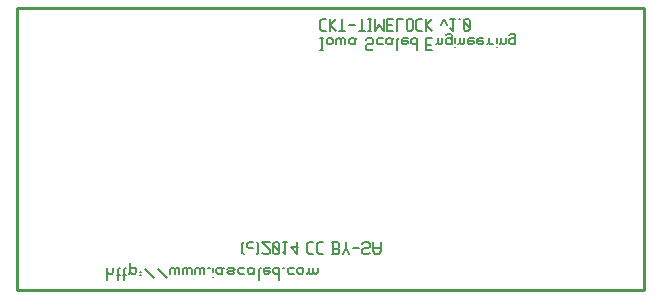
<source format=gbr>
G04 start of page 10 for group -4078 idx -4078 *
G04 Title: (unknown), bottomsilk *
G04 Creator: pcb 20110918 *
G04 CreationDate: Sun 01 Jun 2014 04:29:41 PM GMT UTC *
G04 For: ndholmes *
G04 Format: Gerber/RS-274X *
G04 PCB-Dimensions: 210000 95000 *
G04 PCB-Coordinate-Origin: lower left *
%MOIN*%
%FSLAX25Y25*%
%LNBOTTOMSILK*%
%ADD69C,0.0080*%
%ADD68C,0.0100*%
G54D68*X500Y13500D02*Y94500D01*
X179500D01*
X178000D02*X209500D01*
Y500D01*
X500D01*
Y14000D01*
G54D69*X101500Y80500D02*X102500D01*
X102000D02*Y84500D01*
X101500D02*X102500D01*
X103700Y83000D02*Y84000D01*
Y83000D02*X104200Y82500D01*
X105200D01*
X105700Y83000D01*
Y84000D01*
X105200Y84500D02*X105700Y84000D01*
X104200Y84500D02*X105200D01*
X103700Y84000D02*X104200Y84500D01*
X106900Y82500D02*Y84000D01*
X107400Y84500D01*
X107900D01*
X108400Y84000D01*
Y82500D02*Y84000D01*
X108900Y84500D01*
X109400D01*
X109900Y84000D01*
Y82500D02*Y84000D01*
X112600Y82500D02*X113100Y83000D01*
X111600Y82500D02*X112600D01*
X111100Y83000D02*X111600Y82500D01*
X111100Y83000D02*Y84000D01*
X111600Y84500D01*
X113100Y82500D02*Y84000D01*
X113600Y84500D01*
X111600D02*X112600D01*
X113100Y84000D01*
X118600Y80500D02*X119100Y81000D01*
X117100Y80500D02*X118600D01*
X116600Y81000D02*X117100Y80500D01*
X116600Y81000D02*Y82000D01*
X117100Y82500D01*
X118600D01*
X119100Y83000D01*
Y84000D01*
X118600Y84500D02*X119100Y84000D01*
X117100Y84500D02*X118600D01*
X116600Y84000D02*X117100Y84500D01*
X120800Y82500D02*X122300D01*
X120300Y83000D02*X120800Y82500D01*
X120300Y83000D02*Y84000D01*
X120800Y84500D01*
X122300D01*
X125000Y82500D02*X125500Y83000D01*
X124000Y82500D02*X125000D01*
X123500Y83000D02*X124000Y82500D01*
X123500Y83000D02*Y84000D01*
X124000Y84500D01*
X125500Y82500D02*Y84000D01*
X126000Y84500D01*
X124000D02*X125000D01*
X125500Y84000D01*
X127200Y80500D02*Y84000D01*
X127700Y84500D01*
X129200D02*X130700D01*
X128700Y84000D02*X129200Y84500D01*
X128700Y83000D02*Y84000D01*
Y83000D02*X129200Y82500D01*
X130200D01*
X130700Y83000D01*
X128700Y83500D02*X130700D01*
Y83000D02*Y83500D01*
X133900Y80500D02*Y84500D01*
X133400D02*X133900Y84000D01*
X132400Y84500D02*X133400D01*
X131900Y84000D02*X132400Y84500D01*
X131900Y83000D02*Y84000D01*
Y83000D02*X132400Y82500D01*
X133400D01*
X133900Y83000D01*
X136900Y82300D02*X138400D01*
X136900Y84500D02*X138900D01*
X136900Y80500D02*Y84500D01*
Y80500D02*X138900D01*
X140600Y83000D02*Y84500D01*
Y83000D02*X141100Y82500D01*
X141600D01*
X142100Y83000D01*
Y84500D01*
X140100Y82500D02*X140600Y83000D01*
X144800Y82500D02*X145300Y83000D01*
X143800Y82500D02*X144800D01*
X143300Y83000D02*X143800Y82500D01*
X143300Y83000D02*Y84000D01*
X143800Y84500D01*
X144800D01*
X145300Y84000D01*
X143300Y85500D02*X143800Y86000D01*
X144800D01*
X145300Y85500D01*
Y82500D02*Y85500D01*
X146500Y81500D02*Y81600D01*
Y83000D02*Y84500D01*
X148000Y83000D02*Y84500D01*
Y83000D02*X148500Y82500D01*
X149000D01*
X149500Y83000D01*
Y84500D01*
X147500Y82500D02*X148000Y83000D01*
X151200Y84500D02*X152700D01*
X150700Y84000D02*X151200Y84500D01*
X150700Y83000D02*Y84000D01*
Y83000D02*X151200Y82500D01*
X152200D01*
X152700Y83000D01*
X150700Y83500D02*X152700D01*
Y83000D02*Y83500D01*
X154400Y84500D02*X155900D01*
X153900Y84000D02*X154400Y84500D01*
X153900Y83000D02*Y84000D01*
Y83000D02*X154400Y82500D01*
X155400D01*
X155900Y83000D01*
X153900Y83500D02*X155900D01*
Y83000D02*Y83500D01*
X157600Y83000D02*Y84500D01*
Y83000D02*X158100Y82500D01*
X159100D01*
X157100D02*X157600Y83000D01*
X160300Y81500D02*Y81600D01*
Y83000D02*Y84500D01*
X161800Y83000D02*Y84500D01*
Y83000D02*X162300Y82500D01*
X162800D01*
X163300Y83000D01*
Y84500D01*
X161300Y82500D02*X161800Y83000D01*
X166000Y82500D02*X166500Y83000D01*
X165000Y82500D02*X166000D01*
X164500Y83000D02*X165000Y82500D01*
X164500Y83000D02*Y84000D01*
X165000Y84500D01*
X166000D01*
X166500Y84000D01*
X164500Y85500D02*X165000Y86000D01*
X166000D01*
X166500Y85500D01*
Y82500D02*Y85500D01*
X102200Y91000D02*X103500D01*
X101500Y90300D02*X102200Y91000D01*
X101500Y87700D02*Y90300D01*
Y87700D02*X102200Y87000D01*
X103500D01*
X104700D02*Y91000D01*
Y89000D02*X106700Y87000D01*
X104700Y89000D02*X106700Y91000D01*
X107900Y87000D02*X109900D01*
X108900D02*Y91000D01*
X111100Y89000D02*X113100D01*
X114300Y87000D02*X116300D01*
X115300D02*Y91000D01*
X117500Y87000D02*X118500D01*
X118000D02*Y91000D01*
X117500D02*X118500D01*
X119700Y87000D02*Y91000D01*
Y87000D02*X121200Y89000D01*
X122700Y87000D01*
Y91000D01*
X123900Y88800D02*X125400D01*
X123900Y91000D02*X125900D01*
X123900Y87000D02*Y91000D01*
Y87000D02*X125900D01*
X127100D02*Y91000D01*
X129100D01*
X130300Y87500D02*Y90500D01*
Y87500D02*X130800Y87000D01*
X131800D01*
X132300Y87500D01*
Y90500D01*
X131800Y91000D02*X132300Y90500D01*
X130800Y91000D02*X131800D01*
X130300Y90500D02*X130800Y91000D01*
X134200D02*X135500D01*
X133500Y90300D02*X134200Y91000D01*
X133500Y87700D02*Y90300D01*
Y87700D02*X134200Y87000D01*
X135500D01*
X136700D02*Y91000D01*
Y89000D02*X138700Y87000D01*
X136700Y89000D02*X138700Y91000D01*
X141700Y89000D02*X142700Y91000D01*
X143700Y89000D02*X142700Y91000D01*
X144900Y87800D02*X145700Y87000D01*
Y91000D01*
X144900D02*X146400D01*
X147600D02*X148100D01*
X149300Y90500D02*X149800Y91000D01*
X149300Y87500D02*Y90500D01*
Y87500D02*X149800Y87000D01*
X150800D01*
X151300Y87500D01*
Y90500D01*
X150800Y91000D02*X151300Y90500D01*
X149800Y91000D02*X150800D01*
X149300Y90000D02*X151300Y88000D01*
X30500Y4000D02*Y8000D01*
Y6500D02*X31000Y6000D01*
X32000D01*
X32500Y6500D01*
Y8000D01*
X34200Y4000D02*Y7500D01*
X34700Y8000D01*
X33700Y5500D02*X34700D01*
X36200Y4000D02*Y7500D01*
X36700Y8000D01*
X35700Y5500D02*X36700D01*
X38200Y6500D02*Y9500D01*
X37700Y6000D02*X38200Y6500D01*
X38700Y6000D01*
X39700D01*
X40200Y6500D01*
Y7500D01*
X39700Y8000D02*X40200Y7500D01*
X38700Y8000D02*X39700D01*
X38200Y7500D02*X38700Y8000D01*
X41400Y5500D02*X41900D01*
X41400Y6500D02*X41900D01*
X43100Y7500D02*X46100Y4500D01*
X47300Y7500D02*X50300Y4500D01*
X51500Y6000D02*Y7500D01*
X52000Y8000D01*
X52500D01*
X53000Y7500D01*
Y6000D02*Y7500D01*
X53500Y8000D01*
X54000D01*
X54500Y7500D01*
Y6000D02*Y7500D01*
X55700Y6000D02*Y7500D01*
X56200Y8000D01*
X56700D01*
X57200Y7500D01*
Y6000D02*Y7500D01*
X57700Y8000D01*
X58200D01*
X58700Y7500D01*
Y6000D02*Y7500D01*
X59900Y6000D02*Y7500D01*
X60400Y8000D01*
X60900D01*
X61400Y7500D01*
Y6000D02*Y7500D01*
X61900Y8000D01*
X62400D01*
X62900Y7500D01*
Y6000D02*Y7500D01*
X64100Y8000D02*X64600D01*
X65800Y5000D02*Y5100D01*
Y6500D02*Y8000D01*
X68300Y6000D02*X68800Y6500D01*
X67300Y6000D02*X68300D01*
X66800Y6500D02*X67300Y6000D01*
X66800Y6500D02*Y7500D01*
X67300Y8000D01*
X68800Y6000D02*Y7500D01*
X69300Y8000D01*
X67300D02*X68300D01*
X68800Y7500D01*
X71000Y8000D02*X72500D01*
X73000Y7500D01*
X72500Y7000D02*X73000Y7500D01*
X71000Y7000D02*X72500D01*
X70500Y6500D02*X71000Y7000D01*
X70500Y6500D02*X71000Y6000D01*
X72500D01*
X73000Y6500D01*
X70500Y7500D02*X71000Y8000D01*
X74700Y6000D02*X76200D01*
X74200Y6500D02*X74700Y6000D01*
X74200Y6500D02*Y7500D01*
X74700Y8000D01*
X76200D01*
X78900Y6000D02*X79400Y6500D01*
X77900Y6000D02*X78900D01*
X77400Y6500D02*X77900Y6000D01*
X77400Y6500D02*Y7500D01*
X77900Y8000D01*
X79400Y6000D02*Y7500D01*
X79900Y8000D01*
X77900D02*X78900D01*
X79400Y7500D01*
X81100Y4000D02*Y7500D01*
X81600Y8000D01*
X83100D02*X84600D01*
X82600Y7500D02*X83100Y8000D01*
X82600Y6500D02*Y7500D01*
Y6500D02*X83100Y6000D01*
X84100D01*
X84600Y6500D01*
X82600Y7000D02*X84600D01*
Y6500D02*Y7000D01*
X87800Y4000D02*Y8000D01*
X87300D02*X87800Y7500D01*
X86300Y8000D02*X87300D01*
X85800Y7500D02*X86300Y8000D01*
X85800Y6500D02*Y7500D01*
Y6500D02*X86300Y6000D01*
X87300D01*
X87800Y6500D01*
X89000Y8000D02*X89500D01*
X91200Y6000D02*X92700D01*
X90700Y6500D02*X91200Y6000D01*
X90700Y6500D02*Y7500D01*
X91200Y8000D01*
X92700D01*
X93900Y6500D02*Y7500D01*
Y6500D02*X94400Y6000D01*
X95400D01*
X95900Y6500D01*
Y7500D01*
X95400Y8000D02*X95900Y7500D01*
X94400Y8000D02*X95400D01*
X93900Y7500D02*X94400Y8000D01*
X97600Y6500D02*Y8000D01*
Y6500D02*X98100Y6000D01*
X98600D01*
X99100Y6500D01*
Y8000D01*
Y6500D02*X99600Y6000D01*
X100100D01*
X100600Y6500D01*
Y8000D01*
X97100Y6000D02*X97600Y6500D01*
X75500Y16000D02*X76000Y16500D01*
X75500Y13000D02*X76000Y12500D01*
X75500Y13000D02*Y16000D01*
X77700Y14500D02*X79200D01*
X77200Y15000D02*X77700Y14500D01*
X77200Y15000D02*Y16000D01*
X77700Y16500D01*
X79200D01*
X80400Y12500D02*X80900Y13000D01*
Y16000D01*
X80400Y16500D02*X80900Y16000D01*
X82100Y13000D02*X82600Y12500D01*
X84100D01*
X84600Y13000D01*
Y14000D01*
X82100Y16500D02*X84600Y14000D01*
X82100Y16500D02*X84600D01*
X85800Y16000D02*X86300Y16500D01*
X85800Y13000D02*Y16000D01*
Y13000D02*X86300Y12500D01*
X87300D01*
X87800Y13000D01*
Y16000D01*
X87300Y16500D02*X87800Y16000D01*
X86300Y16500D02*X87300D01*
X85800Y15500D02*X87800Y13500D01*
X89000Y13300D02*X89800Y12500D01*
Y16500D01*
X89000D02*X90500D01*
X91700Y15000D02*X93700Y12500D01*
X91700Y15000D02*X94200D01*
X93700Y12500D02*Y16500D01*
X97900D02*X99200D01*
X97200Y15800D02*X97900Y16500D01*
X97200Y13200D02*Y15800D01*
Y13200D02*X97900Y12500D01*
X99200D01*
X101100Y16500D02*X102400D01*
X100400Y15800D02*X101100Y16500D01*
X100400Y13200D02*Y15800D01*
Y13200D02*X101100Y12500D01*
X102400D01*
X105400Y16500D02*X107400D01*
X107900Y16000D01*
Y14800D02*Y16000D01*
X107400Y14300D02*X107900Y14800D01*
X105900Y14300D02*X107400D01*
X105900Y12500D02*Y16500D01*
X105400Y12500D02*X107400D01*
X107900Y13000D01*
Y13800D01*
X107400Y14300D02*X107900Y13800D01*
X109100Y12500D02*X110100Y14500D01*
X111100Y12500D01*
X110100Y14500D02*Y16500D01*
X112300Y14500D02*X114300D01*
X117500Y12500D02*X118000Y13000D01*
X116000Y12500D02*X117500D01*
X115500Y13000D02*X116000Y12500D01*
X115500Y13000D02*Y14000D01*
X116000Y14500D01*
X117500D01*
X118000Y15000D01*
Y16000D01*
X117500Y16500D02*X118000Y16000D01*
X116000Y16500D02*X117500D01*
X115500Y16000D02*X116000Y16500D01*
X119200Y13500D02*Y16500D01*
Y13500D02*X119900Y12500D01*
X121000D01*
X121700Y13500D01*
Y16500D01*
X119200Y14500D02*X121700D01*
M02*

</source>
